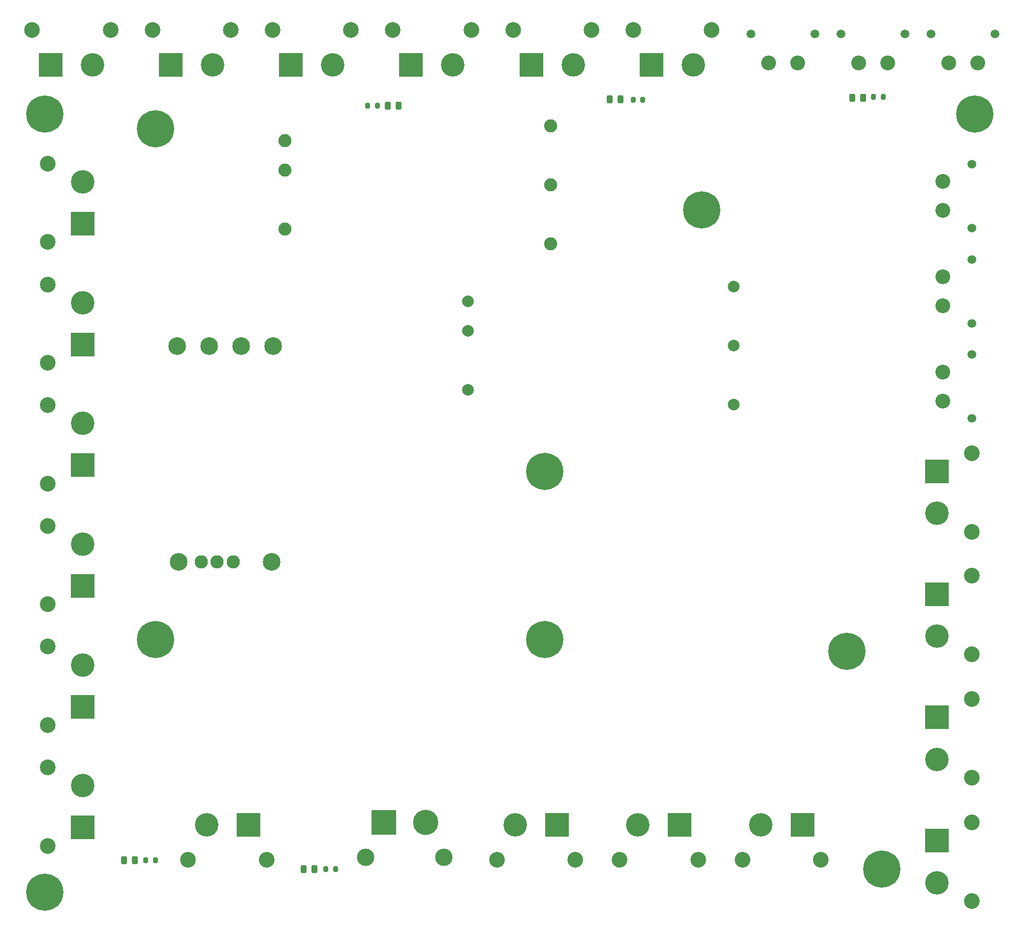
<source format=gbr>
%TF.GenerationSoftware,KiCad,Pcbnew,9.0.2*%
%TF.CreationDate,2025-07-22T14:00:08+09:00*%
%TF.ProjectId,Power_Distribution_Board,506f7765-725f-4446-9973-747269627574,rev?*%
%TF.SameCoordinates,Original*%
%TF.FileFunction,Soldermask,Top*%
%TF.FilePolarity,Negative*%
%FSLAX46Y46*%
G04 Gerber Fmt 4.6, Leading zero omitted, Abs format (unit mm)*
G04 Created by KiCad (PCBNEW 9.0.2) date 2025-07-22 14:00:08*
%MOMM*%
%LPD*%
G01*
G04 APERTURE LIST*
G04 Aperture macros list*
%AMRoundRect*
0 Rectangle with rounded corners*
0 $1 Rounding radius*
0 $2 $3 $4 $5 $6 $7 $8 $9 X,Y pos of 4 corners*
0 Add a 4 corners polygon primitive as box body*
4,1,4,$2,$3,$4,$5,$6,$7,$8,$9,$2,$3,0*
0 Add four circle primitives for the rounded corners*
1,1,$1+$1,$2,$3*
1,1,$1+$1,$4,$5*
1,1,$1+$1,$6,$7*
1,1,$1+$1,$8,$9*
0 Add four rect primitives between the rounded corners*
20,1,$1+$1,$2,$3,$4,$5,0*
20,1,$1+$1,$4,$5,$6,$7,0*
20,1,$1+$1,$6,$7,$8,$9,0*
20,1,$1+$1,$8,$9,$2,$3,0*%
G04 Aperture macros list end*
%ADD10C,6.400000*%
%ADD11RoundRect,0.200000X0.200000X0.275000X-0.200000X0.275000X-0.200000X-0.275000X0.200000X-0.275000X0*%
%ADD12RoundRect,0.243750X-0.243750X-0.456250X0.243750X-0.456250X0.243750X0.456250X-0.243750X0.456250X0*%
%ADD13R,4.050000X4.050000*%
%ADD14C,4.050000*%
%ADD15C,2.700000*%
%ADD16C,2.550000*%
%ADD17C,1.500000*%
%ADD18R,4.350000X4.350000*%
%ADD19C,4.350000*%
%ADD20C,3.000000*%
%ADD21RoundRect,0.200000X-0.200000X-0.275000X0.200000X-0.275000X0.200000X0.275000X-0.200000X0.275000X0*%
%ADD22RoundRect,0.243750X0.243750X0.456250X-0.243750X0.456250X-0.243750X-0.456250X0.243750X-0.456250X0*%
%ADD23C,2.000000*%
%ADD24C,2.250000*%
%ADD25C,3.045000*%
%ADD26C,2.280000*%
G04 APERTURE END LIST*
D10*
%TO.C,H9*%
X177000000Y-89000000D03*
%TD*%
D11*
%TO.C,R4*%
X165237499Y-70000000D03*
X166887499Y-70000000D03*
%TD*%
D12*
%TO.C,D4*%
X163020865Y-69916637D03*
X161145863Y-69916637D03*
%TD*%
D13*
%TO.C,J6*%
X64970000Y-64000000D03*
D14*
X72170000Y-64000000D03*
D15*
X61820000Y-58000000D03*
X75320000Y-58000000D03*
%TD*%
D13*
%TO.C,J24*%
X173225000Y-194925000D03*
D14*
X166025000Y-194925000D03*
D15*
X176375000Y-200925000D03*
X162875000Y-200925000D03*
%TD*%
D10*
%TO.C,H5*%
X150000000Y-134000000D03*
%TD*%
%TO.C,H6*%
X83000000Y-75000000D03*
%TD*%
D13*
%TO.C,J27*%
X127010000Y-64000000D03*
D14*
X134210000Y-64000000D03*
D15*
X123860000Y-58000000D03*
X137360000Y-58000000D03*
%TD*%
D13*
%TO.C,J13*%
X168370000Y-64000000D03*
D14*
X175570000Y-64000000D03*
D15*
X165220000Y-58000000D03*
X178720000Y-58000000D03*
%TD*%
D13*
%TO.C,J11*%
X99000000Y-194925000D03*
D14*
X91800000Y-194925000D03*
D15*
X102150000Y-200925000D03*
X88650000Y-200925000D03*
%TD*%
D16*
%TO.C,J19*%
X218500000Y-100500000D03*
X218500000Y-105500000D03*
D17*
X223500000Y-97500000D03*
X223500000Y-108500000D03*
%TD*%
D13*
%TO.C,J1*%
X70500000Y-153760000D03*
D14*
X70500000Y-146560000D03*
D15*
X64500000Y-156910000D03*
X64500000Y-143410000D03*
%TD*%
D10*
%TO.C,H7*%
X83000000Y-163000000D03*
%TD*%
D13*
%TO.C,J4*%
X152100000Y-194925000D03*
D14*
X144900000Y-194925000D03*
D15*
X155250000Y-200925000D03*
X141750000Y-200925000D03*
%TD*%
D11*
%TO.C,R2*%
X83000000Y-201000000D03*
X81350000Y-201000000D03*
%TD*%
D13*
%TO.C,J8*%
X70500000Y-112170001D03*
D14*
X70500000Y-104970001D03*
D15*
X64500000Y-115320001D03*
X64500000Y-101820001D03*
%TD*%
D13*
%TO.C,J7*%
X70500000Y-91375001D03*
D14*
X70500000Y-84175001D03*
D15*
X64500000Y-94525001D03*
X64500000Y-81025001D03*
%TD*%
D16*
%TO.C,J20*%
X218500000Y-116900000D03*
X218500000Y-121900000D03*
D17*
X223500000Y-113900000D03*
X223500000Y-124900000D03*
%TD*%
D10*
%TO.C,H3*%
X64000000Y-206500000D03*
%TD*%
D12*
%TO.C,D1*%
X108500000Y-202500000D03*
X110375002Y-202500000D03*
%TD*%
D10*
%TO.C,H4*%
X208000000Y-202500000D03*
%TD*%
D16*
%TO.C,J17*%
X219500000Y-63637500D03*
X224500000Y-63637500D03*
D17*
X216500000Y-58637500D03*
X227500000Y-58637500D03*
%TD*%
D16*
%TO.C,J16*%
X204000000Y-63637500D03*
X209000000Y-63637500D03*
D17*
X201000000Y-58637500D03*
X212000000Y-58637500D03*
%TD*%
D10*
%TO.C,H1*%
X224000000Y-72500000D03*
%TD*%
D13*
%TO.C,J10*%
X217500000Y-134050000D03*
D14*
X217500000Y-141250000D03*
D15*
X223500000Y-130900000D03*
X223500000Y-144400000D03*
%TD*%
D18*
%TO.C,PS1*%
X122300000Y-194500000D03*
D19*
X129500000Y-194500000D03*
D20*
X119150000Y-200500000D03*
X132650000Y-200500000D03*
%TD*%
D21*
%TO.C,R3*%
X119550001Y-71000000D03*
X121200001Y-71000000D03*
%TD*%
D13*
%TO.C,J14*%
X217500000Y-155150000D03*
D14*
X217500000Y-162350000D03*
D15*
X223500000Y-152000000D03*
X223500000Y-165500000D03*
%TD*%
D10*
%TO.C,H2*%
X64000000Y-72500000D03*
%TD*%
D11*
%TO.C,R5*%
X208212499Y-69500000D03*
X206562499Y-69500000D03*
%TD*%
D10*
%TO.C,H8*%
X150000000Y-163000000D03*
%TD*%
D12*
%TO.C,D2*%
X77624998Y-201000000D03*
X79500000Y-201000000D03*
%TD*%
D16*
%TO.C,J18*%
X218500000Y-84100000D03*
X218500000Y-89100000D03*
D17*
X223500000Y-81100000D03*
X223500000Y-92100000D03*
%TD*%
D22*
%TO.C,D3*%
X124875002Y-71000000D03*
X123000000Y-71000000D03*
%TD*%
D13*
%TO.C,J26*%
X106330000Y-64000000D03*
D14*
X113530000Y-64000000D03*
D15*
X103180000Y-58000000D03*
X116680000Y-58000000D03*
%TD*%
D13*
%TO.C,J2*%
X217500000Y-197650000D03*
D14*
X217500000Y-204850000D03*
D15*
X223500000Y-194500000D03*
X223500000Y-208000000D03*
%TD*%
D13*
%TO.C,J22*%
X70500000Y-174555000D03*
D14*
X70500000Y-167355000D03*
D15*
X64500000Y-177705000D03*
X64500000Y-164205000D03*
%TD*%
D11*
%TO.C,R1*%
X114000000Y-202500000D03*
X112350000Y-202500000D03*
%TD*%
D13*
%TO.C,J21*%
X194350000Y-194925000D03*
D14*
X187150000Y-194925000D03*
D15*
X197500000Y-200925000D03*
X184000000Y-200925000D03*
%TD*%
D13*
%TO.C,J23*%
X217500000Y-176400000D03*
D14*
X217500000Y-183600000D03*
D15*
X223500000Y-173250000D03*
X223500000Y-186750000D03*
%TD*%
D13*
%TO.C,J25*%
X85650000Y-64000000D03*
D14*
X92850000Y-64000000D03*
D15*
X82500000Y-58000000D03*
X96000000Y-58000000D03*
%TD*%
D12*
%TO.C,D5*%
X202887500Y-69675000D03*
X204762502Y-69675000D03*
%TD*%
D13*
%TO.C,J12*%
X147690000Y-64000000D03*
D14*
X154890000Y-64000000D03*
D15*
X144540000Y-58000000D03*
X158040000Y-58000000D03*
%TD*%
D16*
%TO.C,J15*%
X188500000Y-63637500D03*
X193500000Y-63637500D03*
D17*
X185500000Y-58637500D03*
X196500000Y-58637500D03*
%TD*%
D10*
%TO.C,H10*%
X202000000Y-165000000D03*
%TD*%
D13*
%TO.C,J9*%
X70500000Y-132965001D03*
D14*
X70500000Y-125765001D03*
D15*
X64500000Y-136115001D03*
X64500000Y-122615001D03*
%TD*%
D13*
%TO.C,J3*%
X70500000Y-195350000D03*
D14*
X70500000Y-188150000D03*
D15*
X64500000Y-198500000D03*
X64500000Y-185000000D03*
%TD*%
D23*
%TO.C,PS2*%
X136780000Y-104719999D03*
X136780000Y-109799999D03*
X136780000Y-119959999D03*
X182500000Y-102179999D03*
X182500000Y-112339999D03*
X182500000Y-122499999D03*
%TD*%
D24*
%TO.C,PS3*%
X105280000Y-77082500D03*
X105280000Y-82162500D03*
X105280000Y-92322500D03*
X151000000Y-94862500D03*
X151000000Y-84702500D03*
X151000000Y-74542500D03*
%TD*%
D25*
%TO.C,J5*%
X103000000Y-149600000D03*
X103250000Y-112400000D03*
D26*
X96380000Y-149600000D03*
D25*
X97750000Y-112400000D03*
D26*
X93620000Y-149600000D03*
D25*
X92250000Y-112400000D03*
D26*
X90870000Y-149600000D03*
D25*
X86750000Y-112400000D03*
X87000000Y-149600000D03*
%TD*%
M02*

</source>
